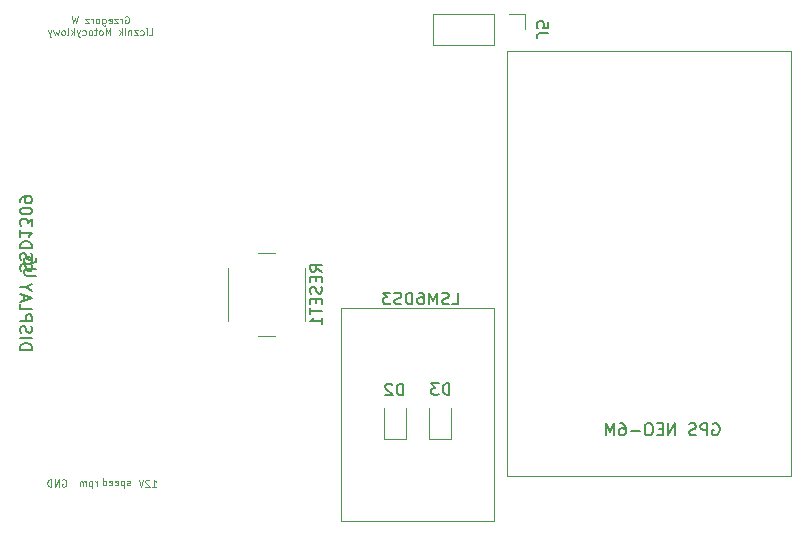
<source format=gbr>
G04 #@! TF.GenerationSoftware,KiCad,Pcbnew,(5.1.5)-3*
G04 #@! TF.CreationDate,2020-08-27T07:53:39+02:00*
G04 #@! TF.ProjectId,licznik,6c69637a-6e69-46b2-9e6b-696361645f70,rev?*
G04 #@! TF.SameCoordinates,Original*
G04 #@! TF.FileFunction,Legend,Bot*
G04 #@! TF.FilePolarity,Positive*
%FSLAX46Y46*%
G04 Gerber Fmt 4.6, Leading zero omitted, Abs format (unit mm)*
G04 Created by KiCad (PCBNEW (5.1.5)-3) date 2020-08-27 07:53:39*
%MOMM*%
%LPD*%
G04 APERTURE LIST*
%ADD10C,0.100000*%
%ADD11C,0.120000*%
%ADD12C,0.150000*%
G04 APERTURE END LIST*
D10*
X101821428Y-63325000D02*
X101878571Y-63296428D01*
X101964285Y-63296428D01*
X102050000Y-63325000D01*
X102107142Y-63382142D01*
X102135714Y-63439285D01*
X102164285Y-63553571D01*
X102164285Y-63639285D01*
X102135714Y-63753571D01*
X102107142Y-63810714D01*
X102050000Y-63867857D01*
X101964285Y-63896428D01*
X101907142Y-63896428D01*
X101821428Y-63867857D01*
X101792857Y-63839285D01*
X101792857Y-63639285D01*
X101907142Y-63639285D01*
X101535714Y-63896428D02*
X101535714Y-63496428D01*
X101535714Y-63610714D02*
X101507142Y-63553571D01*
X101478571Y-63525000D01*
X101421428Y-63496428D01*
X101364285Y-63496428D01*
X101221428Y-63496428D02*
X100907142Y-63496428D01*
X101221428Y-63896428D01*
X100907142Y-63896428D01*
X100450000Y-63867857D02*
X100507142Y-63896428D01*
X100621428Y-63896428D01*
X100678571Y-63867857D01*
X100707142Y-63810714D01*
X100707142Y-63582142D01*
X100678571Y-63525000D01*
X100621428Y-63496428D01*
X100507142Y-63496428D01*
X100450000Y-63525000D01*
X100421428Y-63582142D01*
X100421428Y-63639285D01*
X100707142Y-63696428D01*
X99907142Y-63496428D02*
X99907142Y-63982142D01*
X99935714Y-64039285D01*
X99964285Y-64067857D01*
X100021428Y-64096428D01*
X100107142Y-64096428D01*
X100164285Y-64067857D01*
X99907142Y-63867857D02*
X99964285Y-63896428D01*
X100078571Y-63896428D01*
X100135714Y-63867857D01*
X100164285Y-63839285D01*
X100192857Y-63782142D01*
X100192857Y-63610714D01*
X100164285Y-63553571D01*
X100135714Y-63525000D01*
X100078571Y-63496428D01*
X99964285Y-63496428D01*
X99907142Y-63525000D01*
X99535714Y-63896428D02*
X99592857Y-63867857D01*
X99621428Y-63839285D01*
X99650000Y-63782142D01*
X99650000Y-63610714D01*
X99621428Y-63553571D01*
X99592857Y-63525000D01*
X99535714Y-63496428D01*
X99450000Y-63496428D01*
X99392857Y-63525000D01*
X99364285Y-63553571D01*
X99335714Y-63610714D01*
X99335714Y-63782142D01*
X99364285Y-63839285D01*
X99392857Y-63867857D01*
X99450000Y-63896428D01*
X99535714Y-63896428D01*
X99078571Y-63896428D02*
X99078571Y-63496428D01*
X99078571Y-63610714D02*
X99050000Y-63553571D01*
X99021428Y-63525000D01*
X98964285Y-63496428D01*
X98907142Y-63496428D01*
X98764285Y-63496428D02*
X98450000Y-63496428D01*
X98764285Y-63896428D01*
X98450000Y-63896428D01*
X97821428Y-63296428D02*
X97678571Y-63896428D01*
X97564285Y-63467857D01*
X97450000Y-63896428D01*
X97307142Y-63296428D01*
X103850000Y-64896428D02*
X104135714Y-64896428D01*
X104135714Y-64296428D01*
X103650000Y-64896428D02*
X103650000Y-64496428D01*
X103650000Y-64296428D02*
X103678571Y-64325000D01*
X103650000Y-64353571D01*
X103621428Y-64325000D01*
X103650000Y-64296428D01*
X103650000Y-64353571D01*
X103107142Y-64867857D02*
X103164285Y-64896428D01*
X103278571Y-64896428D01*
X103335714Y-64867857D01*
X103364285Y-64839285D01*
X103392857Y-64782142D01*
X103392857Y-64610714D01*
X103364285Y-64553571D01*
X103335714Y-64525000D01*
X103278571Y-64496428D01*
X103164285Y-64496428D01*
X103107142Y-64525000D01*
X102907142Y-64496428D02*
X102592857Y-64496428D01*
X102907142Y-64896428D01*
X102592857Y-64896428D01*
X102364285Y-64496428D02*
X102364285Y-64896428D01*
X102364285Y-64553571D02*
X102335714Y-64525000D01*
X102278571Y-64496428D01*
X102192857Y-64496428D01*
X102135714Y-64525000D01*
X102107142Y-64582142D01*
X102107142Y-64896428D01*
X101821428Y-64896428D02*
X101821428Y-64496428D01*
X101821428Y-64296428D02*
X101850000Y-64325000D01*
X101821428Y-64353571D01*
X101792857Y-64325000D01*
X101821428Y-64296428D01*
X101821428Y-64353571D01*
X101535714Y-64896428D02*
X101535714Y-64296428D01*
X101478571Y-64667857D02*
X101307142Y-64896428D01*
X101307142Y-64496428D02*
X101535714Y-64725000D01*
X100592857Y-64896428D02*
X100592857Y-64296428D01*
X100392857Y-64725000D01*
X100192857Y-64296428D01*
X100192857Y-64896428D01*
X99821428Y-64896428D02*
X99878571Y-64867857D01*
X99907142Y-64839285D01*
X99935714Y-64782142D01*
X99935714Y-64610714D01*
X99907142Y-64553571D01*
X99878571Y-64525000D01*
X99821428Y-64496428D01*
X99735714Y-64496428D01*
X99678571Y-64525000D01*
X99650000Y-64553571D01*
X99621428Y-64610714D01*
X99621428Y-64782142D01*
X99650000Y-64839285D01*
X99678571Y-64867857D01*
X99735714Y-64896428D01*
X99821428Y-64896428D01*
X99450000Y-64496428D02*
X99221428Y-64496428D01*
X99364285Y-64296428D02*
X99364285Y-64810714D01*
X99335714Y-64867857D01*
X99278571Y-64896428D01*
X99221428Y-64896428D01*
X98935714Y-64896428D02*
X98992857Y-64867857D01*
X99021428Y-64839285D01*
X99050000Y-64782142D01*
X99050000Y-64610714D01*
X99021428Y-64553571D01*
X98992857Y-64525000D01*
X98935714Y-64496428D01*
X98850000Y-64496428D01*
X98792857Y-64525000D01*
X98764285Y-64553571D01*
X98735714Y-64610714D01*
X98735714Y-64782142D01*
X98764285Y-64839285D01*
X98792857Y-64867857D01*
X98850000Y-64896428D01*
X98935714Y-64896428D01*
X98221428Y-64867857D02*
X98278571Y-64896428D01*
X98392857Y-64896428D01*
X98450000Y-64867857D01*
X98478571Y-64839285D01*
X98507142Y-64782142D01*
X98507142Y-64610714D01*
X98478571Y-64553571D01*
X98450000Y-64525000D01*
X98392857Y-64496428D01*
X98278571Y-64496428D01*
X98221428Y-64525000D01*
X98021428Y-64496428D02*
X97878571Y-64896428D01*
X97735714Y-64496428D02*
X97878571Y-64896428D01*
X97935714Y-65039285D01*
X97964285Y-65067857D01*
X98021428Y-65096428D01*
X97507142Y-64896428D02*
X97507142Y-64296428D01*
X97450000Y-64667857D02*
X97278571Y-64896428D01*
X97278571Y-64496428D02*
X97507142Y-64725000D01*
X96935714Y-64896428D02*
X96992857Y-64867857D01*
X97021428Y-64810714D01*
X97021428Y-64296428D01*
X96621428Y-64896428D02*
X96678571Y-64867857D01*
X96707142Y-64839285D01*
X96735714Y-64782142D01*
X96735714Y-64610714D01*
X96707142Y-64553571D01*
X96678571Y-64525000D01*
X96621428Y-64496428D01*
X96535714Y-64496428D01*
X96478571Y-64525000D01*
X96450000Y-64553571D01*
X96421428Y-64610714D01*
X96421428Y-64782142D01*
X96450000Y-64839285D01*
X96478571Y-64867857D01*
X96535714Y-64896428D01*
X96621428Y-64896428D01*
X96221428Y-64496428D02*
X96107142Y-64896428D01*
X95992857Y-64610714D01*
X95878571Y-64896428D01*
X95764285Y-64496428D01*
X95592857Y-64496428D02*
X95450000Y-64896428D01*
X95307142Y-64496428D02*
X95450000Y-64896428D01*
X95507142Y-65039285D01*
X95535714Y-65067857D01*
X95592857Y-65096428D01*
X104121428Y-103146428D02*
X104464285Y-103146428D01*
X104292857Y-103146428D02*
X104292857Y-102546428D01*
X104350000Y-102632142D01*
X104407142Y-102689285D01*
X104464285Y-102717857D01*
X103892857Y-102603571D02*
X103864285Y-102575000D01*
X103807142Y-102546428D01*
X103664285Y-102546428D01*
X103607142Y-102575000D01*
X103578571Y-102603571D01*
X103550000Y-102660714D01*
X103550000Y-102717857D01*
X103578571Y-102803571D01*
X103921428Y-103146428D01*
X103550000Y-103146428D01*
X103378571Y-102546428D02*
X103178571Y-103146428D01*
X102978571Y-102546428D01*
X102260714Y-102992857D02*
X102203571Y-103021428D01*
X102089285Y-103021428D01*
X102032142Y-102992857D01*
X102003571Y-102935714D01*
X102003571Y-102907142D01*
X102032142Y-102850000D01*
X102089285Y-102821428D01*
X102175000Y-102821428D01*
X102232142Y-102792857D01*
X102260714Y-102735714D01*
X102260714Y-102707142D01*
X102232142Y-102650000D01*
X102175000Y-102621428D01*
X102089285Y-102621428D01*
X102032142Y-102650000D01*
X101746428Y-102621428D02*
X101746428Y-103221428D01*
X101746428Y-102650000D02*
X101689285Y-102621428D01*
X101575000Y-102621428D01*
X101517857Y-102650000D01*
X101489285Y-102678571D01*
X101460714Y-102735714D01*
X101460714Y-102907142D01*
X101489285Y-102964285D01*
X101517857Y-102992857D01*
X101575000Y-103021428D01*
X101689285Y-103021428D01*
X101746428Y-102992857D01*
X100975000Y-102992857D02*
X101032142Y-103021428D01*
X101146428Y-103021428D01*
X101203571Y-102992857D01*
X101232142Y-102935714D01*
X101232142Y-102707142D01*
X101203571Y-102650000D01*
X101146428Y-102621428D01*
X101032142Y-102621428D01*
X100975000Y-102650000D01*
X100946428Y-102707142D01*
X100946428Y-102764285D01*
X101232142Y-102821428D01*
X100460714Y-102992857D02*
X100517857Y-103021428D01*
X100632142Y-103021428D01*
X100689285Y-102992857D01*
X100717857Y-102935714D01*
X100717857Y-102707142D01*
X100689285Y-102650000D01*
X100632142Y-102621428D01*
X100517857Y-102621428D01*
X100460714Y-102650000D01*
X100432142Y-102707142D01*
X100432142Y-102764285D01*
X100717857Y-102821428D01*
X99917857Y-103021428D02*
X99917857Y-102421428D01*
X99917857Y-102992857D02*
X99975000Y-103021428D01*
X100089285Y-103021428D01*
X100146428Y-102992857D01*
X100175000Y-102964285D01*
X100203571Y-102907142D01*
X100203571Y-102735714D01*
X100175000Y-102678571D01*
X100146428Y-102650000D01*
X100089285Y-102621428D01*
X99975000Y-102621428D01*
X99917857Y-102650000D01*
X99414285Y-103071428D02*
X99414285Y-102671428D01*
X99414285Y-102785714D02*
X99385714Y-102728571D01*
X99357142Y-102700000D01*
X99300000Y-102671428D01*
X99242857Y-102671428D01*
X99042857Y-102671428D02*
X99042857Y-103271428D01*
X99042857Y-102700000D02*
X98985714Y-102671428D01*
X98871428Y-102671428D01*
X98814285Y-102700000D01*
X98785714Y-102728571D01*
X98757142Y-102785714D01*
X98757142Y-102957142D01*
X98785714Y-103014285D01*
X98814285Y-103042857D01*
X98871428Y-103071428D01*
X98985714Y-103071428D01*
X99042857Y-103042857D01*
X98500000Y-103071428D02*
X98500000Y-102671428D01*
X98500000Y-102728571D02*
X98471428Y-102700000D01*
X98414285Y-102671428D01*
X98328571Y-102671428D01*
X98271428Y-102700000D01*
X98242857Y-102757142D01*
X98242857Y-103071428D01*
X98242857Y-102757142D02*
X98214285Y-102700000D01*
X98157142Y-102671428D01*
X98071428Y-102671428D01*
X98014285Y-102700000D01*
X97985714Y-102757142D01*
X97985714Y-103071428D01*
X96507142Y-102550000D02*
X96564285Y-102521428D01*
X96650000Y-102521428D01*
X96735714Y-102550000D01*
X96792857Y-102607142D01*
X96821428Y-102664285D01*
X96850000Y-102778571D01*
X96850000Y-102864285D01*
X96821428Y-102978571D01*
X96792857Y-103035714D01*
X96735714Y-103092857D01*
X96650000Y-103121428D01*
X96592857Y-103121428D01*
X96507142Y-103092857D01*
X96478571Y-103064285D01*
X96478571Y-102864285D01*
X96592857Y-102864285D01*
X96221428Y-103121428D02*
X96221428Y-102521428D01*
X95878571Y-103121428D01*
X95878571Y-102521428D01*
X95592857Y-103121428D02*
X95592857Y-102521428D01*
X95450000Y-102521428D01*
X95364285Y-102550000D01*
X95307142Y-102607142D01*
X95278571Y-102664285D01*
X95250000Y-102778571D01*
X95250000Y-102864285D01*
X95278571Y-102978571D01*
X95307142Y-103035714D01*
X95364285Y-103092857D01*
X95450000Y-103121428D01*
X95592857Y-103121428D01*
D11*
X134175000Y-102225000D02*
X134175000Y-66225000D01*
X158175000Y-102225000D02*
X134175000Y-102225000D01*
X158175000Y-66225000D02*
X158175000Y-102225000D01*
X134175000Y-66225000D02*
X158175000Y-66225000D01*
X120100000Y-106000000D02*
X120100000Y-88000000D01*
X133100000Y-106000000D02*
X120100000Y-106000000D01*
X133100000Y-88000000D02*
X133100000Y-106000000D01*
X120100000Y-88000000D02*
X133100000Y-88000000D01*
X113050000Y-83350000D02*
X114550000Y-83350000D01*
X117050000Y-84600000D02*
X117050000Y-89100000D01*
X114550000Y-90350000D02*
X113050000Y-90350000D01*
X110550000Y-89100000D02*
X110550000Y-84600000D01*
X127540000Y-99122500D02*
X127540000Y-96437500D01*
X129460000Y-99122500D02*
X127540000Y-99122500D01*
X129460000Y-96437500D02*
X129460000Y-99122500D01*
X123715000Y-99135000D02*
X123715000Y-96450000D01*
X125635000Y-99135000D02*
X123715000Y-99135000D01*
X125635000Y-96450000D02*
X125635000Y-99135000D01*
X133080000Y-65730000D02*
X133080000Y-63070000D01*
X133080000Y-65730000D02*
X127940000Y-65730000D01*
X127940000Y-65730000D02*
X127940000Y-63070000D01*
X133080000Y-63070000D02*
X127940000Y-63070000D01*
X135680000Y-63070000D02*
X134350000Y-63070000D01*
X135680000Y-64400000D02*
X135680000Y-63070000D01*
D12*
X94297619Y-85261904D02*
X93488095Y-85261904D01*
X93392857Y-85214285D01*
X93345238Y-85166666D01*
X93297619Y-85071428D01*
X93297619Y-84880952D01*
X93345238Y-84785714D01*
X93392857Y-84738095D01*
X93488095Y-84690476D01*
X94297619Y-84690476D01*
X94297619Y-83785714D02*
X94297619Y-83976190D01*
X94250000Y-84071428D01*
X94202380Y-84119047D01*
X94059523Y-84214285D01*
X93869047Y-84261904D01*
X93488095Y-84261904D01*
X93392857Y-84214285D01*
X93345238Y-84166666D01*
X93297619Y-84071428D01*
X93297619Y-83880952D01*
X93345238Y-83785714D01*
X93392857Y-83738095D01*
X93488095Y-83690476D01*
X93726190Y-83690476D01*
X93821428Y-83738095D01*
X93869047Y-83785714D01*
X93916666Y-83880952D01*
X93916666Y-84071428D01*
X93869047Y-84166666D01*
X93821428Y-84214285D01*
X93726190Y-84261904D01*
X151586904Y-97825000D02*
X151682142Y-97777380D01*
X151825000Y-97777380D01*
X151967857Y-97825000D01*
X152063095Y-97920238D01*
X152110714Y-98015476D01*
X152158333Y-98205952D01*
X152158333Y-98348809D01*
X152110714Y-98539285D01*
X152063095Y-98634523D01*
X151967857Y-98729761D01*
X151825000Y-98777380D01*
X151729761Y-98777380D01*
X151586904Y-98729761D01*
X151539285Y-98682142D01*
X151539285Y-98348809D01*
X151729761Y-98348809D01*
X151110714Y-98777380D02*
X151110714Y-97777380D01*
X150729761Y-97777380D01*
X150634523Y-97825000D01*
X150586904Y-97872619D01*
X150539285Y-97967857D01*
X150539285Y-98110714D01*
X150586904Y-98205952D01*
X150634523Y-98253571D01*
X150729761Y-98301190D01*
X151110714Y-98301190D01*
X150158333Y-98729761D02*
X150015476Y-98777380D01*
X149777380Y-98777380D01*
X149682142Y-98729761D01*
X149634523Y-98682142D01*
X149586904Y-98586904D01*
X149586904Y-98491666D01*
X149634523Y-98396428D01*
X149682142Y-98348809D01*
X149777380Y-98301190D01*
X149967857Y-98253571D01*
X150063095Y-98205952D01*
X150110714Y-98158333D01*
X150158333Y-98063095D01*
X150158333Y-97967857D01*
X150110714Y-97872619D01*
X150063095Y-97825000D01*
X149967857Y-97777380D01*
X149729761Y-97777380D01*
X149586904Y-97825000D01*
X148396428Y-98777380D02*
X148396428Y-97777380D01*
X147825000Y-98777380D01*
X147825000Y-97777380D01*
X147348809Y-98253571D02*
X147015476Y-98253571D01*
X146872619Y-98777380D02*
X147348809Y-98777380D01*
X147348809Y-97777380D01*
X146872619Y-97777380D01*
X146253571Y-97777380D02*
X146063095Y-97777380D01*
X145967857Y-97825000D01*
X145872619Y-97920238D01*
X145825000Y-98110714D01*
X145825000Y-98444047D01*
X145872619Y-98634523D01*
X145967857Y-98729761D01*
X146063095Y-98777380D01*
X146253571Y-98777380D01*
X146348809Y-98729761D01*
X146444047Y-98634523D01*
X146491666Y-98444047D01*
X146491666Y-98110714D01*
X146444047Y-97920238D01*
X146348809Y-97825000D01*
X146253571Y-97777380D01*
X145396428Y-98396428D02*
X144634523Y-98396428D01*
X143729761Y-97777380D02*
X143920238Y-97777380D01*
X144015476Y-97825000D01*
X144063095Y-97872619D01*
X144158333Y-98015476D01*
X144205952Y-98205952D01*
X144205952Y-98586904D01*
X144158333Y-98682142D01*
X144110714Y-98729761D01*
X144015476Y-98777380D01*
X143825000Y-98777380D01*
X143729761Y-98729761D01*
X143682142Y-98682142D01*
X143634523Y-98586904D01*
X143634523Y-98348809D01*
X143682142Y-98253571D01*
X143729761Y-98205952D01*
X143825000Y-98158333D01*
X144015476Y-98158333D01*
X144110714Y-98205952D01*
X144158333Y-98253571D01*
X144205952Y-98348809D01*
X143205952Y-98777380D02*
X143205952Y-97777380D01*
X142872619Y-98491666D01*
X142539285Y-97777380D01*
X142539285Y-98777380D01*
X129535714Y-87702380D02*
X130011904Y-87702380D01*
X130011904Y-86702380D01*
X129250000Y-87654761D02*
X129107142Y-87702380D01*
X128869047Y-87702380D01*
X128773809Y-87654761D01*
X128726190Y-87607142D01*
X128678571Y-87511904D01*
X128678571Y-87416666D01*
X128726190Y-87321428D01*
X128773809Y-87273809D01*
X128869047Y-87226190D01*
X129059523Y-87178571D01*
X129154761Y-87130952D01*
X129202380Y-87083333D01*
X129250000Y-86988095D01*
X129250000Y-86892857D01*
X129202380Y-86797619D01*
X129154761Y-86750000D01*
X129059523Y-86702380D01*
X128821428Y-86702380D01*
X128678571Y-86750000D01*
X128250000Y-87702380D02*
X128250000Y-86702380D01*
X127916666Y-87416666D01*
X127583333Y-86702380D01*
X127583333Y-87702380D01*
X126678571Y-86702380D02*
X126869047Y-86702380D01*
X126964285Y-86750000D01*
X127011904Y-86797619D01*
X127107142Y-86940476D01*
X127154761Y-87130952D01*
X127154761Y-87511904D01*
X127107142Y-87607142D01*
X127059523Y-87654761D01*
X126964285Y-87702380D01*
X126773809Y-87702380D01*
X126678571Y-87654761D01*
X126630952Y-87607142D01*
X126583333Y-87511904D01*
X126583333Y-87273809D01*
X126630952Y-87178571D01*
X126678571Y-87130952D01*
X126773809Y-87083333D01*
X126964285Y-87083333D01*
X127059523Y-87130952D01*
X127107142Y-87178571D01*
X127154761Y-87273809D01*
X126154761Y-87702380D02*
X126154761Y-86702380D01*
X125916666Y-86702380D01*
X125773809Y-86750000D01*
X125678571Y-86845238D01*
X125630952Y-86940476D01*
X125583333Y-87130952D01*
X125583333Y-87273809D01*
X125630952Y-87464285D01*
X125678571Y-87559523D01*
X125773809Y-87654761D01*
X125916666Y-87702380D01*
X126154761Y-87702380D01*
X125202380Y-87654761D02*
X125059523Y-87702380D01*
X124821428Y-87702380D01*
X124726190Y-87654761D01*
X124678571Y-87607142D01*
X124630952Y-87511904D01*
X124630952Y-87416666D01*
X124678571Y-87321428D01*
X124726190Y-87273809D01*
X124821428Y-87226190D01*
X125011904Y-87178571D01*
X125107142Y-87130952D01*
X125154761Y-87083333D01*
X125202380Y-86988095D01*
X125202380Y-86892857D01*
X125154761Y-86797619D01*
X125107142Y-86750000D01*
X125011904Y-86702380D01*
X124773809Y-86702380D01*
X124630952Y-86750000D01*
X124297619Y-86702380D02*
X123678571Y-86702380D01*
X124011904Y-87083333D01*
X123869047Y-87083333D01*
X123773809Y-87130952D01*
X123726190Y-87178571D01*
X123678571Y-87273809D01*
X123678571Y-87511904D01*
X123726190Y-87607142D01*
X123773809Y-87654761D01*
X123869047Y-87702380D01*
X124154761Y-87702380D01*
X124250000Y-87654761D01*
X124297619Y-87607142D01*
X92947619Y-91551190D02*
X93947619Y-91551190D01*
X93947619Y-91313095D01*
X93900000Y-91170238D01*
X93804761Y-91075000D01*
X93709523Y-91027380D01*
X93519047Y-90979761D01*
X93376190Y-90979761D01*
X93185714Y-91027380D01*
X93090476Y-91075000D01*
X92995238Y-91170238D01*
X92947619Y-91313095D01*
X92947619Y-91551190D01*
X92947619Y-90551190D02*
X93947619Y-90551190D01*
X92995238Y-90122619D02*
X92947619Y-89979761D01*
X92947619Y-89741666D01*
X92995238Y-89646428D01*
X93042857Y-89598809D01*
X93138095Y-89551190D01*
X93233333Y-89551190D01*
X93328571Y-89598809D01*
X93376190Y-89646428D01*
X93423809Y-89741666D01*
X93471428Y-89932142D01*
X93519047Y-90027380D01*
X93566666Y-90075000D01*
X93661904Y-90122619D01*
X93757142Y-90122619D01*
X93852380Y-90075000D01*
X93900000Y-90027380D01*
X93947619Y-89932142D01*
X93947619Y-89694047D01*
X93900000Y-89551190D01*
X92947619Y-89122619D02*
X93947619Y-89122619D01*
X93947619Y-88741666D01*
X93900000Y-88646428D01*
X93852380Y-88598809D01*
X93757142Y-88551190D01*
X93614285Y-88551190D01*
X93519047Y-88598809D01*
X93471428Y-88646428D01*
X93423809Y-88741666D01*
X93423809Y-89122619D01*
X92947619Y-87646428D02*
X92947619Y-88122619D01*
X93947619Y-88122619D01*
X93233333Y-87360714D02*
X93233333Y-86884523D01*
X92947619Y-87455952D02*
X93947619Y-87122619D01*
X92947619Y-86789285D01*
X93423809Y-86265476D02*
X92947619Y-86265476D01*
X93947619Y-86598809D02*
X93423809Y-86265476D01*
X93947619Y-85932142D01*
X92995238Y-84884523D02*
X92947619Y-84741666D01*
X92947619Y-84503571D01*
X92995238Y-84408333D01*
X93042857Y-84360714D01*
X93138095Y-84313095D01*
X93233333Y-84313095D01*
X93328571Y-84360714D01*
X93376190Y-84408333D01*
X93423809Y-84503571D01*
X93471428Y-84694047D01*
X93519047Y-84789285D01*
X93566666Y-84836904D01*
X93661904Y-84884523D01*
X93757142Y-84884523D01*
X93852380Y-84836904D01*
X93900000Y-84789285D01*
X93947619Y-84694047D01*
X93947619Y-84455952D01*
X93900000Y-84313095D01*
X92995238Y-83932142D02*
X92947619Y-83789285D01*
X92947619Y-83551190D01*
X92995238Y-83455952D01*
X93042857Y-83408333D01*
X93138095Y-83360714D01*
X93233333Y-83360714D01*
X93328571Y-83408333D01*
X93376190Y-83455952D01*
X93423809Y-83551190D01*
X93471428Y-83741666D01*
X93519047Y-83836904D01*
X93566666Y-83884523D01*
X93661904Y-83932142D01*
X93757142Y-83932142D01*
X93852380Y-83884523D01*
X93900000Y-83836904D01*
X93947619Y-83741666D01*
X93947619Y-83503571D01*
X93900000Y-83360714D01*
X92947619Y-82932142D02*
X93947619Y-82932142D01*
X93947619Y-82694047D01*
X93900000Y-82551190D01*
X93804761Y-82455952D01*
X93709523Y-82408333D01*
X93519047Y-82360714D01*
X93376190Y-82360714D01*
X93185714Y-82408333D01*
X93090476Y-82455952D01*
X92995238Y-82551190D01*
X92947619Y-82694047D01*
X92947619Y-82932142D01*
X92947619Y-81408333D02*
X92947619Y-81979761D01*
X92947619Y-81694047D02*
X93947619Y-81694047D01*
X93804761Y-81789285D01*
X93709523Y-81884523D01*
X93661904Y-81979761D01*
X93947619Y-81075000D02*
X93947619Y-80455952D01*
X93566666Y-80789285D01*
X93566666Y-80646428D01*
X93519047Y-80551190D01*
X93471428Y-80503571D01*
X93376190Y-80455952D01*
X93138095Y-80455952D01*
X93042857Y-80503571D01*
X92995238Y-80551190D01*
X92947619Y-80646428D01*
X92947619Y-80932142D01*
X92995238Y-81027380D01*
X93042857Y-81075000D01*
X93947619Y-79836904D02*
X93947619Y-79741666D01*
X93900000Y-79646428D01*
X93852380Y-79598809D01*
X93757142Y-79551190D01*
X93566666Y-79503571D01*
X93328571Y-79503571D01*
X93138095Y-79551190D01*
X93042857Y-79598809D01*
X92995238Y-79646428D01*
X92947619Y-79741666D01*
X92947619Y-79836904D01*
X92995238Y-79932142D01*
X93042857Y-79979761D01*
X93138095Y-80027380D01*
X93328571Y-80075000D01*
X93566666Y-80075000D01*
X93757142Y-80027380D01*
X93852380Y-79979761D01*
X93900000Y-79932142D01*
X93947619Y-79836904D01*
X92947619Y-79027380D02*
X92947619Y-78836904D01*
X92995238Y-78741666D01*
X93042857Y-78694047D01*
X93185714Y-78598809D01*
X93376190Y-78551190D01*
X93757142Y-78551190D01*
X93852380Y-78598809D01*
X93900000Y-78646428D01*
X93947619Y-78741666D01*
X93947619Y-78932142D01*
X93900000Y-79027380D01*
X93852380Y-79075000D01*
X93757142Y-79122619D01*
X93519047Y-79122619D01*
X93423809Y-79075000D01*
X93376190Y-79027380D01*
X93328571Y-78932142D01*
X93328571Y-78741666D01*
X93376190Y-78646428D01*
X93423809Y-78598809D01*
X93519047Y-78551190D01*
X118502380Y-84921428D02*
X118026190Y-84588095D01*
X118502380Y-84350000D02*
X117502380Y-84350000D01*
X117502380Y-84730952D01*
X117550000Y-84826190D01*
X117597619Y-84873809D01*
X117692857Y-84921428D01*
X117835714Y-84921428D01*
X117930952Y-84873809D01*
X117978571Y-84826190D01*
X118026190Y-84730952D01*
X118026190Y-84350000D01*
X117978571Y-85350000D02*
X117978571Y-85683333D01*
X118502380Y-85826190D02*
X118502380Y-85350000D01*
X117502380Y-85350000D01*
X117502380Y-85826190D01*
X118454761Y-86207142D02*
X118502380Y-86350000D01*
X118502380Y-86588095D01*
X118454761Y-86683333D01*
X118407142Y-86730952D01*
X118311904Y-86778571D01*
X118216666Y-86778571D01*
X118121428Y-86730952D01*
X118073809Y-86683333D01*
X118026190Y-86588095D01*
X117978571Y-86397619D01*
X117930952Y-86302380D01*
X117883333Y-86254761D01*
X117788095Y-86207142D01*
X117692857Y-86207142D01*
X117597619Y-86254761D01*
X117550000Y-86302380D01*
X117502380Y-86397619D01*
X117502380Y-86635714D01*
X117550000Y-86778571D01*
X117978571Y-87207142D02*
X117978571Y-87540476D01*
X118502380Y-87683333D02*
X118502380Y-87207142D01*
X117502380Y-87207142D01*
X117502380Y-87683333D01*
X117502380Y-87969047D02*
X117502380Y-88540476D01*
X118502380Y-88254761D02*
X117502380Y-88254761D01*
X118502380Y-89397619D02*
X118502380Y-88826190D01*
X118502380Y-89111904D02*
X117502380Y-89111904D01*
X117645238Y-89016666D01*
X117740476Y-88921428D01*
X117788095Y-88826190D01*
X129288095Y-95352380D02*
X129288095Y-94352380D01*
X129050000Y-94352380D01*
X128907142Y-94400000D01*
X128811904Y-94495238D01*
X128764285Y-94590476D01*
X128716666Y-94780952D01*
X128716666Y-94923809D01*
X128764285Y-95114285D01*
X128811904Y-95209523D01*
X128907142Y-95304761D01*
X129050000Y-95352380D01*
X129288095Y-95352380D01*
X128383333Y-94352380D02*
X127764285Y-94352380D01*
X128097619Y-94733333D01*
X127954761Y-94733333D01*
X127859523Y-94780952D01*
X127811904Y-94828571D01*
X127764285Y-94923809D01*
X127764285Y-95161904D01*
X127811904Y-95257142D01*
X127859523Y-95304761D01*
X127954761Y-95352380D01*
X128240476Y-95352380D01*
X128335714Y-95304761D01*
X128383333Y-95257142D01*
X125388095Y-95402380D02*
X125388095Y-94402380D01*
X125150000Y-94402380D01*
X125007142Y-94450000D01*
X124911904Y-94545238D01*
X124864285Y-94640476D01*
X124816666Y-94830952D01*
X124816666Y-94973809D01*
X124864285Y-95164285D01*
X124911904Y-95259523D01*
X125007142Y-95354761D01*
X125150000Y-95402380D01*
X125388095Y-95402380D01*
X124435714Y-94497619D02*
X124388095Y-94450000D01*
X124292857Y-94402380D01*
X124054761Y-94402380D01*
X123959523Y-94450000D01*
X123911904Y-94497619D01*
X123864285Y-94592857D01*
X123864285Y-94688095D01*
X123911904Y-94830952D01*
X124483333Y-95402380D01*
X123864285Y-95402380D01*
X137667619Y-64733333D02*
X136953333Y-64733333D01*
X136810476Y-64780952D01*
X136715238Y-64876190D01*
X136667619Y-65019047D01*
X136667619Y-65114285D01*
X137667619Y-63780952D02*
X137667619Y-64257142D01*
X137191428Y-64304761D01*
X137239047Y-64257142D01*
X137286666Y-64161904D01*
X137286666Y-63923809D01*
X137239047Y-63828571D01*
X137191428Y-63780952D01*
X137096190Y-63733333D01*
X136858095Y-63733333D01*
X136762857Y-63780952D01*
X136715238Y-63828571D01*
X136667619Y-63923809D01*
X136667619Y-64161904D01*
X136715238Y-64257142D01*
X136762857Y-64304761D01*
M02*

</source>
